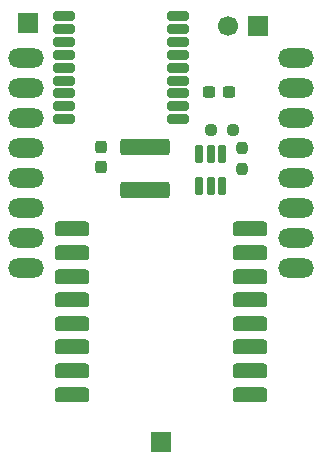
<source format=gbr>
%TF.GenerationSoftware,KiCad,Pcbnew,9.0.6*%
%TF.CreationDate,2025-12-01T19:29:45+01:00*%
%TF.ProjectId,_SSDV,b5535344-562e-46b6-9963-61645f706362,0.1*%
%TF.SameCoordinates,Original*%
%TF.FileFunction,Soldermask,Top*%
%TF.FilePolarity,Negative*%
%FSLAX46Y46*%
G04 Gerber Fmt 4.6, Leading zero omitted, Abs format (unit mm)*
G04 Created by KiCad (PCBNEW 9.0.6) date 2025-12-01 19:29:45*
%MOMM*%
%LPD*%
G01*
G04 APERTURE LIST*
G04 Aperture macros list*
%AMRoundRect*
0 Rectangle with rounded corners*
0 $1 Rounding radius*
0 $2 $3 $4 $5 $6 $7 $8 $9 X,Y pos of 4 corners*
0 Add a 4 corners polygon primitive as box body*
4,1,4,$2,$3,$4,$5,$6,$7,$8,$9,$2,$3,0*
0 Add four circle primitives for the rounded corners*
1,1,$1+$1,$2,$3*
1,1,$1+$1,$4,$5*
1,1,$1+$1,$6,$7*
1,1,$1+$1,$8,$9*
0 Add four rect primitives between the rounded corners*
20,1,$1+$1,$2,$3,$4,$5,0*
20,1,$1+$1,$4,$5,$6,$7,0*
20,1,$1+$1,$6,$7,$8,$9,0*
20,1,$1+$1,$8,$9,$2,$3,0*%
G04 Aperture macros list end*
%ADD10R,1.700000X1.700000*%
%ADD11RoundRect,0.200000X0.700000X0.200000X-0.700000X0.200000X-0.700000X-0.200000X0.700000X-0.200000X0*%
%ADD12RoundRect,0.237500X-0.237500X0.250000X-0.237500X-0.250000X0.237500X-0.250000X0.237500X0.250000X0*%
%ADD13RoundRect,0.237500X-0.300000X-0.237500X0.300000X-0.237500X0.300000X0.237500X-0.300000X0.237500X0*%
%ADD14C,1.700000*%
%ADD15RoundRect,0.237500X-0.250000X-0.237500X0.250000X-0.237500X0.250000X0.237500X-0.250000X0.237500X0*%
%ADD16O,3.048800X1.626400*%
%ADD17RoundRect,0.162500X0.162500X-0.617500X0.162500X0.617500X-0.162500X0.617500X-0.162500X-0.617500X0*%
%ADD18RoundRect,0.249999X-1.850001X0.450001X-1.850001X-0.450001X1.850001X-0.450001X1.850001X0.450001X0*%
%ADD19RoundRect,0.317500X-1.157500X-0.317500X1.157500X-0.317500X1.157500X0.317500X-1.157500X0.317500X0*%
%ADD20RoundRect,0.237500X-0.237500X0.300000X-0.237500X-0.300000X0.237500X-0.300000X0.237500X0.300000X0*%
G04 APERTURE END LIST*
D10*
%TO.C,ANT1*%
X82000000Y-45000000D03*
%TD*%
D11*
%TO.C,U2*%
X94750000Y-53200000D03*
X94750000Y-52100000D03*
X94750000Y-51000000D03*
X94750000Y-49900000D03*
X94750000Y-48800000D03*
X94750000Y-47700000D03*
X94750000Y-46600000D03*
X94750000Y-45500000D03*
X94750000Y-44400000D03*
X85050000Y-44400000D03*
X85050000Y-45500000D03*
X85050000Y-46600000D03*
X85050000Y-47700000D03*
X85050000Y-48800000D03*
X85050000Y-49900000D03*
X85050000Y-51000000D03*
X85050000Y-52100000D03*
X85050000Y-53200000D03*
%TD*%
D12*
%TO.C,R2*%
X100175000Y-55600000D03*
X100175000Y-57425000D03*
%TD*%
D13*
%TO.C,C3*%
X97312500Y-50850000D03*
X99037500Y-50850000D03*
%TD*%
D10*
%TO.C,J1*%
X101525000Y-45250000D03*
D14*
X98985000Y-45250000D03*
%TD*%
D15*
%TO.C,R1*%
X97512500Y-54100000D03*
X99337500Y-54100000D03*
%TD*%
D16*
%TO.C,U1*%
X81820000Y-47978500D03*
X81820000Y-50518500D03*
X81820000Y-53058500D03*
X81820000Y-55598500D03*
X81820000Y-58138500D03*
X81820000Y-60678500D03*
X81820000Y-63218500D03*
X81820000Y-65758500D03*
X104680000Y-65758500D03*
X104680000Y-63218500D03*
X104680000Y-60678500D03*
X104680000Y-58138500D03*
X104680000Y-55598500D03*
X104680000Y-53058500D03*
X104680000Y-50518500D03*
X104680000Y-47978500D03*
%TD*%
D17*
%TO.C,U4*%
X96525000Y-58800000D03*
X97475000Y-58800000D03*
X98425000Y-58800000D03*
X98425000Y-56100000D03*
X97475000Y-56100000D03*
X96525000Y-56100000D03*
%TD*%
D10*
%TO.C,ANT2*%
X93250000Y-80500000D03*
%TD*%
D18*
%TO.C,L1*%
X91925000Y-55500000D03*
X91925000Y-59200000D03*
%TD*%
D19*
%TO.C,U3*%
X85725000Y-62500000D03*
X85725000Y-64500000D03*
X85725000Y-66500000D03*
X85725000Y-68500000D03*
X85725000Y-70500000D03*
X85725000Y-72500000D03*
X85725000Y-74500000D03*
X85725000Y-76500000D03*
X100775000Y-76500000D03*
X100775000Y-74500000D03*
X100775000Y-72500000D03*
X100775000Y-70500000D03*
X100775000Y-68500000D03*
X100775000Y-66500000D03*
X100775000Y-64500000D03*
X100775000Y-62500000D03*
%TD*%
D20*
%TO.C,C2*%
X88175000Y-55487500D03*
X88175000Y-57212500D03*
%TD*%
M02*

</source>
